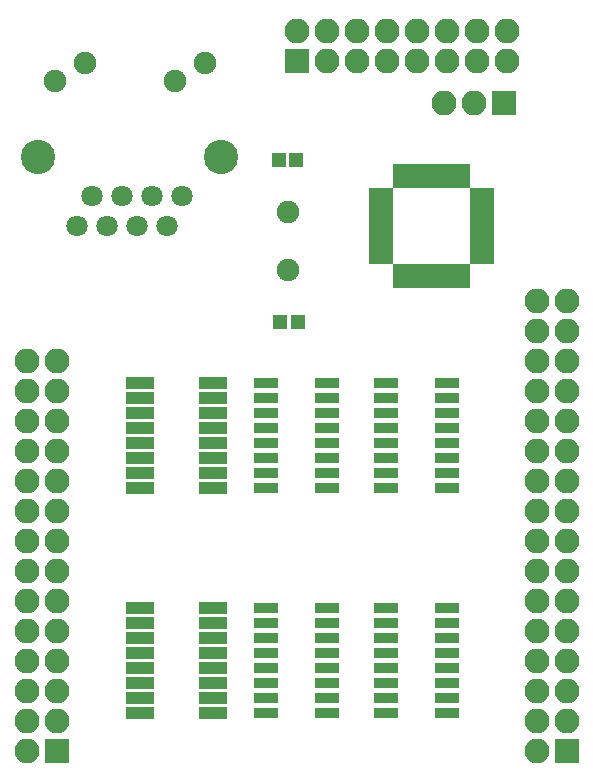
<source format=gbr>
G04 #@! TF.FileFunction,Soldermask,Top*
%FSLAX46Y46*%
G04 Gerber Fmt 4.6, Leading zero omitted, Abs format (unit mm)*
G04 Created by KiCad (PCBNEW 4.0.2-stable) date 5/15/2017 11:57:14 PM*
%MOMM*%
G01*
G04 APERTURE LIST*
%ADD10C,0.100000*%
%ADD11R,1.200000X1.150000*%
%ADD12R,2.432000X1.060400*%
%ADD13R,2.100000X2.100000*%
%ADD14O,2.100000X2.100000*%
%ADD15R,2.101800X0.933400*%
%ADD16C,1.900000*%
%ADD17R,2.000000X0.950000*%
%ADD18R,0.950000X2.000000*%
%ADD19C,1.800000*%
%ADD20C,2.900000*%
G04 APERTURE END LIST*
D10*
D11*
X144641000Y-71501000D03*
X143141000Y-71501000D03*
X144768000Y-85217000D03*
X143268000Y-85217000D03*
D12*
X137566400Y-118364000D03*
X131419600Y-118364000D03*
X137566400Y-117094000D03*
X137566400Y-115824000D03*
X131419600Y-117094000D03*
X131419600Y-115824000D03*
X137566400Y-114554000D03*
X131419600Y-114554000D03*
X137566400Y-113284000D03*
X131419600Y-113284000D03*
X137566400Y-112014000D03*
X137566400Y-110744000D03*
X131419600Y-112014000D03*
X131419600Y-110744000D03*
X137566400Y-109474000D03*
X131419600Y-109474000D03*
X137566400Y-99314000D03*
X131419600Y-99314000D03*
X137566400Y-98044000D03*
X137566400Y-96774000D03*
X131419600Y-98044000D03*
X131419600Y-96774000D03*
X137566400Y-95504000D03*
X131419600Y-95504000D03*
X137566400Y-94234000D03*
X131419600Y-94234000D03*
X137566400Y-92964000D03*
X137566400Y-91694000D03*
X131419600Y-92964000D03*
X131419600Y-91694000D03*
X137566400Y-90424000D03*
X131419600Y-90424000D03*
D13*
X162179000Y-66675000D03*
D14*
X159639000Y-66675000D03*
X157099000Y-66675000D03*
D13*
X167513000Y-121539000D03*
D14*
X164973000Y-121539000D03*
X167513000Y-118999000D03*
X164973000Y-118999000D03*
X167513000Y-116459000D03*
X164973000Y-116459000D03*
X167513000Y-113919000D03*
X164973000Y-113919000D03*
X167513000Y-111379000D03*
X164973000Y-111379000D03*
X167513000Y-108839000D03*
X164973000Y-108839000D03*
X167513000Y-106299000D03*
X164973000Y-106299000D03*
X167513000Y-103759000D03*
X164973000Y-103759000D03*
X167513000Y-101219000D03*
X164973000Y-101219000D03*
X167513000Y-98679000D03*
X164973000Y-98679000D03*
X167513000Y-96139000D03*
X164973000Y-96139000D03*
X167513000Y-93599000D03*
X164973000Y-93599000D03*
X167513000Y-91059000D03*
X164973000Y-91059000D03*
X167513000Y-88519000D03*
X164973000Y-88519000D03*
X167513000Y-85979000D03*
X164973000Y-85979000D03*
X167513000Y-83439000D03*
X164973000Y-83439000D03*
D13*
X144653000Y-63119000D03*
D14*
X144653000Y-60579000D03*
X147193000Y-63119000D03*
X147193000Y-60579000D03*
X149733000Y-63119000D03*
X149733000Y-60579000D03*
X152273000Y-63119000D03*
X152273000Y-60579000D03*
X154813000Y-63119000D03*
X154813000Y-60579000D03*
X157353000Y-63119000D03*
X157353000Y-60579000D03*
X159893000Y-63119000D03*
X159893000Y-60579000D03*
X162433000Y-63119000D03*
X162433000Y-60579000D03*
D13*
X124333000Y-121539000D03*
D14*
X121793000Y-121539000D03*
X124333000Y-118999000D03*
X121793000Y-118999000D03*
X124333000Y-116459000D03*
X121793000Y-116459000D03*
X124333000Y-113919000D03*
X121793000Y-113919000D03*
X124333000Y-111379000D03*
X121793000Y-111379000D03*
X124333000Y-108839000D03*
X121793000Y-108839000D03*
X124333000Y-106299000D03*
X121793000Y-106299000D03*
X124333000Y-103759000D03*
X121793000Y-103759000D03*
X124333000Y-101219000D03*
X121793000Y-101219000D03*
X124333000Y-98679000D03*
X121793000Y-98679000D03*
X124333000Y-96139000D03*
X121793000Y-96139000D03*
X124333000Y-93599000D03*
X121793000Y-93599000D03*
X124333000Y-91059000D03*
X121793000Y-91059000D03*
X124333000Y-88519000D03*
X121793000Y-88519000D03*
D15*
X147243800Y-118364000D03*
X147243800Y-117094000D03*
X147243800Y-115824000D03*
X147243800Y-114554000D03*
X147243800Y-113284000D03*
X147243800Y-112014000D03*
X147243800Y-110744000D03*
X147243800Y-109474000D03*
X142062200Y-109474000D03*
X142062200Y-110744000D03*
X142062200Y-112014000D03*
X142062200Y-113284000D03*
X142062200Y-114554000D03*
X142062200Y-115824000D03*
X142062200Y-117094000D03*
X142062200Y-118364000D03*
X147243800Y-99314000D03*
X147243800Y-98044000D03*
X147243800Y-96774000D03*
X147243800Y-95504000D03*
X147243800Y-94234000D03*
X147243800Y-92964000D03*
X147243800Y-91694000D03*
X147243800Y-90424000D03*
X142062200Y-90424000D03*
X142062200Y-91694000D03*
X142062200Y-92964000D03*
X142062200Y-94234000D03*
X142062200Y-95504000D03*
X142062200Y-96774000D03*
X142062200Y-98044000D03*
X142062200Y-99314000D03*
X157403800Y-118364000D03*
X157403800Y-117094000D03*
X157403800Y-115824000D03*
X157403800Y-114554000D03*
X157403800Y-113284000D03*
X157403800Y-112014000D03*
X157403800Y-110744000D03*
X157403800Y-109474000D03*
X152222200Y-109474000D03*
X152222200Y-110744000D03*
X152222200Y-112014000D03*
X152222200Y-113284000D03*
X152222200Y-114554000D03*
X152222200Y-115824000D03*
X152222200Y-117094000D03*
X152222200Y-118364000D03*
X157403800Y-99314000D03*
X157403800Y-98044000D03*
X157403800Y-96774000D03*
X157403800Y-95504000D03*
X157403800Y-94234000D03*
X157403800Y-92964000D03*
X157403800Y-91694000D03*
X157403800Y-90424000D03*
X152222200Y-90424000D03*
X152222200Y-91694000D03*
X152222200Y-92964000D03*
X152222200Y-94234000D03*
X152222200Y-95504000D03*
X152222200Y-96774000D03*
X152222200Y-98044000D03*
X152222200Y-99314000D03*
D16*
X143891000Y-75946000D03*
X143891000Y-80826000D03*
D17*
X151833000Y-74289000D03*
X151833000Y-75089000D03*
X151833000Y-75889000D03*
X151833000Y-76689000D03*
X151833000Y-77489000D03*
X151833000Y-78289000D03*
X151833000Y-79089000D03*
X151833000Y-79889000D03*
D18*
X153283000Y-81339000D03*
X154083000Y-81339000D03*
X154883000Y-81339000D03*
X155683000Y-81339000D03*
X156483000Y-81339000D03*
X157283000Y-81339000D03*
X158083000Y-81339000D03*
X158883000Y-81339000D03*
D17*
X160333000Y-79889000D03*
X160333000Y-79089000D03*
X160333000Y-78289000D03*
X160333000Y-77489000D03*
X160333000Y-76689000D03*
X160333000Y-75889000D03*
X160333000Y-75089000D03*
X160333000Y-74289000D03*
D18*
X158883000Y-72839000D03*
X158083000Y-72839000D03*
X157283000Y-72839000D03*
X156483000Y-72839000D03*
X155683000Y-72839000D03*
X154883000Y-72839000D03*
X154083000Y-72839000D03*
X153283000Y-72839000D03*
D19*
X132445000Y-74570000D03*
X134985000Y-74570000D03*
X133715000Y-77110000D03*
X131175000Y-77110000D03*
X129905000Y-74570000D03*
X128635000Y-77110000D03*
X127365000Y-74570000D03*
X126095000Y-77110000D03*
D20*
X138290000Y-71280000D03*
X122790000Y-71280000D03*
D16*
X126755000Y-63330000D03*
X124215000Y-64850000D03*
X136865000Y-63330000D03*
X134325000Y-64850000D03*
M02*

</source>
